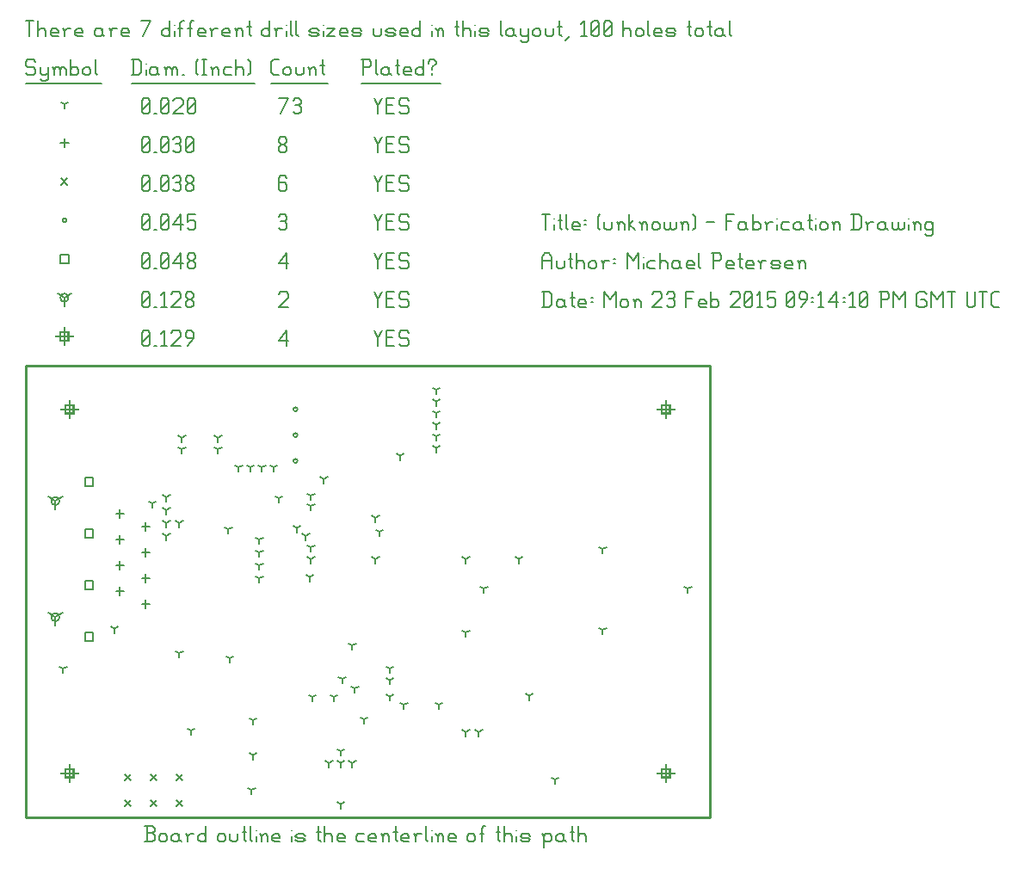
<source format=gbr>
G04 start of page 12 for group -3984 idx -3984 *
G04 Title: (unknown), fab *
G04 Creator: pcb 20110918 *
G04 CreationDate: Mon 23 Feb 2015 09:14:10 PM GMT UTC *
G04 For: railfan *
G04 Format: Gerber/RS-274X *
G04 PCB-Dimensions: 265000 175000 *
G04 PCB-Coordinate-Origin: lower left *
%MOIN*%
%FSLAX25Y25*%
%LNFAB*%
%ADD112C,0.0100*%
%ADD111C,0.0075*%
%ADD110C,0.0060*%
%ADD109R,0.0080X0.0080*%
G54D109*X17000Y161200D02*Y154800D01*
X13800Y158000D02*X20200D01*
X15400Y159600D02*X18600D01*
X15400D02*Y156400D01*
X18600D01*
Y159600D02*Y156400D01*
X17000Y20200D02*Y13800D01*
X13800Y17000D02*X20200D01*
X15400Y18600D02*X18600D01*
X15400D02*Y15400D01*
X18600D01*
Y18600D02*Y15400D01*
X248000Y20200D02*Y13800D01*
X244800Y17000D02*X251200D01*
X246400Y18600D02*X249600D01*
X246400D02*Y15400D01*
X249600D01*
Y18600D02*Y15400D01*
X248000Y161200D02*Y154800D01*
X244800Y158000D02*X251200D01*
X246400Y159600D02*X249600D01*
X246400D02*Y156400D01*
X249600D01*
Y159600D02*Y156400D01*
X15000Y189450D02*Y183050D01*
X11800Y186250D02*X18200D01*
X13400Y187850D02*X16600D01*
X13400D02*Y184650D01*
X16600D01*
Y187850D02*Y184650D01*
G54D110*X135000Y188500D02*X136500Y185500D01*
X138000Y188500D01*
X136500Y185500D02*Y182500D01*
X139800Y185800D02*X142050D01*
X139800Y182500D02*X142800D01*
X139800Y188500D02*Y182500D01*
Y188500D02*X142800D01*
X147600D02*X148350Y187750D01*
X145350Y188500D02*X147600D01*
X144600Y187750D02*X145350Y188500D01*
X144600Y187750D02*Y186250D01*
X145350Y185500D01*
X147600D01*
X148350Y184750D01*
Y183250D01*
X147600Y182500D02*X148350Y183250D01*
X145350Y182500D02*X147600D01*
X144600Y183250D02*X145350Y182500D01*
X98000Y184750D02*X101000Y188500D01*
X98000Y184750D02*X101750D01*
X101000Y188500D02*Y182500D01*
X45000Y183250D02*X45750Y182500D01*
X45000Y187750D02*Y183250D01*
Y187750D02*X45750Y188500D01*
X47250D01*
X48000Y187750D01*
Y183250D01*
X47250Y182500D02*X48000Y183250D01*
X45750Y182500D02*X47250D01*
X45000Y184000D02*X48000Y187000D01*
X49800Y182500D02*X50550D01*
X52350Y187300D02*X53550Y188500D01*
Y182500D01*
X52350D02*X54600D01*
X56400Y187750D02*X57150Y188500D01*
X59400D01*
X60150Y187750D01*
Y186250D01*
X56400Y182500D02*X60150Y186250D01*
X56400Y182500D02*X60150D01*
X62700D02*X64950Y185500D01*
Y187750D02*Y185500D01*
X64200Y188500D02*X64950Y187750D01*
X62700Y188500D02*X64200D01*
X61950Y187750D02*X62700Y188500D01*
X61950Y187750D02*Y186250D01*
X62700Y185500D01*
X64950D01*
X11500Y122500D02*Y119300D01*
Y122500D02*X14273Y124100D01*
X11500Y122500D02*X8727Y124100D01*
X9900Y122500D02*G75*G03X13100Y122500I1600J0D01*G01*
G75*G03X9900Y122500I-1600J0D01*G01*
X11500Y77500D02*Y74300D01*
Y77500D02*X14273Y79100D01*
X11500Y77500D02*X8727Y79100D01*
X9900Y77500D02*G75*G03X13100Y77500I1600J0D01*G01*
G75*G03X9900Y77500I-1600J0D01*G01*
X15000Y201250D02*Y198050D01*
Y201250D02*X17773Y202850D01*
X15000Y201250D02*X12227Y202850D01*
X13400Y201250D02*G75*G03X16600Y201250I1600J0D01*G01*
G75*G03X13400Y201250I-1600J0D01*G01*
X135000Y203500D02*X136500Y200500D01*
X138000Y203500D01*
X136500Y200500D02*Y197500D01*
X139800Y200800D02*X142050D01*
X139800Y197500D02*X142800D01*
X139800Y203500D02*Y197500D01*
Y203500D02*X142800D01*
X147600D02*X148350Y202750D01*
X145350Y203500D02*X147600D01*
X144600Y202750D02*X145350Y203500D01*
X144600Y202750D02*Y201250D01*
X145350Y200500D01*
X147600D01*
X148350Y199750D01*
Y198250D01*
X147600Y197500D02*X148350Y198250D01*
X145350Y197500D02*X147600D01*
X144600Y198250D02*X145350Y197500D01*
X98000Y202750D02*X98750Y203500D01*
X101000D01*
X101750Y202750D01*
Y201250D01*
X98000Y197500D02*X101750Y201250D01*
X98000Y197500D02*X101750D01*
X45000Y198250D02*X45750Y197500D01*
X45000Y202750D02*Y198250D01*
Y202750D02*X45750Y203500D01*
X47250D01*
X48000Y202750D01*
Y198250D01*
X47250Y197500D02*X48000Y198250D01*
X45750Y197500D02*X47250D01*
X45000Y199000D02*X48000Y202000D01*
X49800Y197500D02*X50550D01*
X52350Y202300D02*X53550Y203500D01*
Y197500D01*
X52350D02*X54600D01*
X56400Y202750D02*X57150Y203500D01*
X59400D01*
X60150Y202750D01*
Y201250D01*
X56400Y197500D02*X60150Y201250D01*
X56400Y197500D02*X60150D01*
X61950Y198250D02*X62700Y197500D01*
X61950Y199450D02*Y198250D01*
Y199450D02*X63000Y200500D01*
X63900D01*
X64950Y199450D01*
Y198250D01*
X64200Y197500D02*X64950Y198250D01*
X62700Y197500D02*X64200D01*
X61950Y201550D02*X63000Y200500D01*
X61950Y202750D02*Y201550D01*
Y202750D02*X62700Y203500D01*
X64200D01*
X64950Y202750D01*
Y201550D01*
X63900Y200500D02*X64950Y201550D01*
X22900Y131600D02*X26100D01*
X22900D02*Y128400D01*
X26100D01*
Y131600D02*Y128400D01*
X22900Y111600D02*X26100D01*
X22900D02*Y108400D01*
X26100D01*
Y111600D02*Y108400D01*
X22900Y91600D02*X26100D01*
X22900D02*Y88400D01*
X26100D01*
Y91600D02*Y88400D01*
X22900Y71600D02*X26100D01*
X22900D02*Y68400D01*
X26100D01*
Y71600D02*Y68400D01*
X13400Y217850D02*X16600D01*
X13400D02*Y214650D01*
X16600D01*
Y217850D02*Y214650D01*
X135000Y218500D02*X136500Y215500D01*
X138000Y218500D01*
X136500Y215500D02*Y212500D01*
X139800Y215800D02*X142050D01*
X139800Y212500D02*X142800D01*
X139800Y218500D02*Y212500D01*
Y218500D02*X142800D01*
X147600D02*X148350Y217750D01*
X145350Y218500D02*X147600D01*
X144600Y217750D02*X145350Y218500D01*
X144600Y217750D02*Y216250D01*
X145350Y215500D01*
X147600D01*
X148350Y214750D01*
Y213250D01*
X147600Y212500D02*X148350Y213250D01*
X145350Y212500D02*X147600D01*
X144600Y213250D02*X145350Y212500D01*
X98000Y214750D02*X101000Y218500D01*
X98000Y214750D02*X101750D01*
X101000Y218500D02*Y212500D01*
X45000Y213250D02*X45750Y212500D01*
X45000Y217750D02*Y213250D01*
Y217750D02*X45750Y218500D01*
X47250D01*
X48000Y217750D01*
Y213250D01*
X47250Y212500D02*X48000Y213250D01*
X45750Y212500D02*X47250D01*
X45000Y214000D02*X48000Y217000D01*
X49800Y212500D02*X50550D01*
X52350Y213250D02*X53100Y212500D01*
X52350Y217750D02*Y213250D01*
Y217750D02*X53100Y218500D01*
X54600D01*
X55350Y217750D01*
Y213250D01*
X54600Y212500D02*X55350Y213250D01*
X53100Y212500D02*X54600D01*
X52350Y214000D02*X55350Y217000D01*
X57150Y214750D02*X60150Y218500D01*
X57150Y214750D02*X60900D01*
X60150Y218500D02*Y212500D01*
X62700Y213250D02*X63450Y212500D01*
X62700Y214450D02*Y213250D01*
Y214450D02*X63750Y215500D01*
X64650D01*
X65700Y214450D01*
Y213250D01*
X64950Y212500D02*X65700Y213250D01*
X63450Y212500D02*X64950D01*
X62700Y216550D02*X63750Y215500D01*
X62700Y217750D02*Y216550D01*
Y217750D02*X63450Y218500D01*
X64950D01*
X65700Y217750D01*
Y216550D01*
X64650Y215500D02*X65700Y216550D01*
X103700Y138000D02*G75*G03X105300Y138000I800J0D01*G01*
G75*G03X103700Y138000I-800J0D01*G01*
Y148000D02*G75*G03X105300Y148000I800J0D01*G01*
G75*G03X103700Y148000I-800J0D01*G01*
Y158000D02*G75*G03X105300Y158000I800J0D01*G01*
G75*G03X103700Y158000I-800J0D01*G01*
X14200Y231250D02*G75*G03X15800Y231250I800J0D01*G01*
G75*G03X14200Y231250I-800J0D01*G01*
X135000Y233500D02*X136500Y230500D01*
X138000Y233500D01*
X136500Y230500D02*Y227500D01*
X139800Y230800D02*X142050D01*
X139800Y227500D02*X142800D01*
X139800Y233500D02*Y227500D01*
Y233500D02*X142800D01*
X147600D02*X148350Y232750D01*
X145350Y233500D02*X147600D01*
X144600Y232750D02*X145350Y233500D01*
X144600Y232750D02*Y231250D01*
X145350Y230500D01*
X147600D01*
X148350Y229750D01*
Y228250D01*
X147600Y227500D02*X148350Y228250D01*
X145350Y227500D02*X147600D01*
X144600Y228250D02*X145350Y227500D01*
X98000Y232750D02*X98750Y233500D01*
X100250D01*
X101000Y232750D01*
X100250Y227500D02*X101000Y228250D01*
X98750Y227500D02*X100250D01*
X98000Y228250D02*X98750Y227500D01*
Y230800D02*X100250D01*
X101000Y232750D02*Y231550D01*
Y230050D02*Y228250D01*
Y230050D02*X100250Y230800D01*
X101000Y231550D02*X100250Y230800D01*
X45000Y228250D02*X45750Y227500D01*
X45000Y232750D02*Y228250D01*
Y232750D02*X45750Y233500D01*
X47250D01*
X48000Y232750D01*
Y228250D01*
X47250Y227500D02*X48000Y228250D01*
X45750Y227500D02*X47250D01*
X45000Y229000D02*X48000Y232000D01*
X49800Y227500D02*X50550D01*
X52350Y228250D02*X53100Y227500D01*
X52350Y232750D02*Y228250D01*
Y232750D02*X53100Y233500D01*
X54600D01*
X55350Y232750D01*
Y228250D01*
X54600Y227500D02*X55350Y228250D01*
X53100Y227500D02*X54600D01*
X52350Y229000D02*X55350Y232000D01*
X57150Y229750D02*X60150Y233500D01*
X57150Y229750D02*X60900D01*
X60150Y233500D02*Y227500D01*
X62700Y233500D02*X65700D01*
X62700D02*Y230500D01*
X63450Y231250D01*
X64950D01*
X65700Y230500D01*
Y228250D01*
X64950Y227500D02*X65700Y228250D01*
X63450Y227500D02*X64950D01*
X62700Y228250D02*X63450Y227500D01*
X38300Y6700D02*X40700Y4300D01*
X38300D02*X40700Y6700D01*
X48300D02*X50700Y4300D01*
X48300D02*X50700Y6700D01*
X58300D02*X60700Y4300D01*
X58300D02*X60700Y6700D01*
X38300Y16700D02*X40700Y14300D01*
X38300D02*X40700Y16700D01*
X48300D02*X50700Y14300D01*
X48300D02*X50700Y16700D01*
X58300D02*X60700Y14300D01*
X58300D02*X60700Y16700D01*
X13800Y247450D02*X16200Y245050D01*
X13800D02*X16200Y247450D01*
X135000Y248500D02*X136500Y245500D01*
X138000Y248500D01*
X136500Y245500D02*Y242500D01*
X139800Y245800D02*X142050D01*
X139800Y242500D02*X142800D01*
X139800Y248500D02*Y242500D01*
Y248500D02*X142800D01*
X147600D02*X148350Y247750D01*
X145350Y248500D02*X147600D01*
X144600Y247750D02*X145350Y248500D01*
X144600Y247750D02*Y246250D01*
X145350Y245500D01*
X147600D01*
X148350Y244750D01*
Y243250D01*
X147600Y242500D02*X148350Y243250D01*
X145350Y242500D02*X147600D01*
X144600Y243250D02*X145350Y242500D01*
X100250Y248500D02*X101000Y247750D01*
X98750Y248500D02*X100250D01*
X98000Y247750D02*X98750Y248500D01*
X98000Y247750D02*Y243250D01*
X98750Y242500D01*
X100250Y245800D02*X101000Y245050D01*
X98000Y245800D02*X100250D01*
X98750Y242500D02*X100250D01*
X101000Y243250D01*
Y245050D02*Y243250D01*
X45000D02*X45750Y242500D01*
X45000Y247750D02*Y243250D01*
Y247750D02*X45750Y248500D01*
X47250D01*
X48000Y247750D01*
Y243250D01*
X47250Y242500D02*X48000Y243250D01*
X45750Y242500D02*X47250D01*
X45000Y244000D02*X48000Y247000D01*
X49800Y242500D02*X50550D01*
X52350Y243250D02*X53100Y242500D01*
X52350Y247750D02*Y243250D01*
Y247750D02*X53100Y248500D01*
X54600D01*
X55350Y247750D01*
Y243250D01*
X54600Y242500D02*X55350Y243250D01*
X53100Y242500D02*X54600D01*
X52350Y244000D02*X55350Y247000D01*
X57150Y247750D02*X57900Y248500D01*
X59400D01*
X60150Y247750D01*
X59400Y242500D02*X60150Y243250D01*
X57900Y242500D02*X59400D01*
X57150Y243250D02*X57900Y242500D01*
Y245800D02*X59400D01*
X60150Y247750D02*Y246550D01*
Y245050D02*Y243250D01*
Y245050D02*X59400Y245800D01*
X60150Y246550D02*X59400Y245800D01*
X61950Y243250D02*X62700Y242500D01*
X61950Y244450D02*Y243250D01*
Y244450D02*X63000Y245500D01*
X63900D01*
X64950Y244450D01*
Y243250D01*
X64200Y242500D02*X64950Y243250D01*
X62700Y242500D02*X64200D01*
X61950Y246550D02*X63000Y245500D01*
X61950Y247750D02*Y246550D01*
Y247750D02*X62700Y248500D01*
X64200D01*
X64950Y247750D01*
Y246550D01*
X63900Y245500D02*X64950Y246550D01*
X36500Y119100D02*Y115900D01*
X34900Y117500D02*X38100D01*
X46500Y114100D02*Y110900D01*
X44900Y112500D02*X48100D01*
X36500Y109100D02*Y105900D01*
X34900Y107500D02*X38100D01*
X46500Y104100D02*Y100900D01*
X44900Y102500D02*X48100D01*
X36500Y99100D02*Y95900D01*
X34900Y97500D02*X38100D01*
X46500Y94100D02*Y90900D01*
X44900Y92500D02*X48100D01*
X36500Y89100D02*Y85900D01*
X34900Y87500D02*X38100D01*
X46500Y84100D02*Y80900D01*
X44900Y82500D02*X48100D01*
X15000Y262850D02*Y259650D01*
X13400Y261250D02*X16600D01*
X135000Y263500D02*X136500Y260500D01*
X138000Y263500D01*
X136500Y260500D02*Y257500D01*
X139800Y260800D02*X142050D01*
X139800Y257500D02*X142800D01*
X139800Y263500D02*Y257500D01*
Y263500D02*X142800D01*
X147600D02*X148350Y262750D01*
X145350Y263500D02*X147600D01*
X144600Y262750D02*X145350Y263500D01*
X144600Y262750D02*Y261250D01*
X145350Y260500D01*
X147600D01*
X148350Y259750D01*
Y258250D01*
X147600Y257500D02*X148350Y258250D01*
X145350Y257500D02*X147600D01*
X144600Y258250D02*X145350Y257500D01*
X98000Y258250D02*X98750Y257500D01*
X98000Y259450D02*Y258250D01*
Y259450D02*X99050Y260500D01*
X99950D01*
X101000Y259450D01*
Y258250D01*
X100250Y257500D02*X101000Y258250D01*
X98750Y257500D02*X100250D01*
X98000Y261550D02*X99050Y260500D01*
X98000Y262750D02*Y261550D01*
Y262750D02*X98750Y263500D01*
X100250D01*
X101000Y262750D01*
Y261550D01*
X99950Y260500D02*X101000Y261550D01*
X45000Y258250D02*X45750Y257500D01*
X45000Y262750D02*Y258250D01*
Y262750D02*X45750Y263500D01*
X47250D01*
X48000Y262750D01*
Y258250D01*
X47250Y257500D02*X48000Y258250D01*
X45750Y257500D02*X47250D01*
X45000Y259000D02*X48000Y262000D01*
X49800Y257500D02*X50550D01*
X52350Y258250D02*X53100Y257500D01*
X52350Y262750D02*Y258250D01*
Y262750D02*X53100Y263500D01*
X54600D01*
X55350Y262750D01*
Y258250D01*
X54600Y257500D02*X55350Y258250D01*
X53100Y257500D02*X54600D01*
X52350Y259000D02*X55350Y262000D01*
X57150Y262750D02*X57900Y263500D01*
X59400D01*
X60150Y262750D01*
X59400Y257500D02*X60150Y258250D01*
X57900Y257500D02*X59400D01*
X57150Y258250D02*X57900Y257500D01*
Y260800D02*X59400D01*
X60150Y262750D02*Y261550D01*
Y260050D02*Y258250D01*
Y260050D02*X59400Y260800D01*
X60150Y261550D02*X59400Y260800D01*
X61950Y258250D02*X62700Y257500D01*
X61950Y262750D02*Y258250D01*
Y262750D02*X62700Y263500D01*
X64200D01*
X64950Y262750D01*
Y258250D01*
X64200Y257500D02*X64950Y258250D01*
X62700Y257500D02*X64200D01*
X61950Y259000D02*X64950Y262000D01*
X60500Y142500D02*Y140900D01*
Y142500D02*X61887Y143300D01*
X60500Y142500D02*X59113Y143300D01*
X74500Y142500D02*Y140900D01*
Y142500D02*X75887Y143300D01*
X74500Y142500D02*X73113Y143300D01*
X60500Y147000D02*Y145400D01*
Y147000D02*X61887Y147800D01*
X60500Y147000D02*X59113Y147800D01*
X74500Y147000D02*Y145400D01*
Y147000D02*X75887Y147800D01*
X74500Y147000D02*X73113Y147800D01*
X34457Y73000D02*Y71400D01*
Y73000D02*X35844Y73800D01*
X34457Y73000D02*X33070Y73800D01*
X110000Y93000D02*Y91400D01*
Y93000D02*X111387Y93800D01*
X110000Y93000D02*X108613Y93800D01*
X79000Y61500D02*Y59900D01*
Y61500D02*X80387Y62300D01*
X79000Y61500D02*X77613Y62300D01*
X64000Y33500D02*Y31900D01*
Y33500D02*X65387Y34300D01*
X64000Y33500D02*X62613Y34300D01*
X111000Y46500D02*Y44900D01*
Y46500D02*X112387Y47300D01*
X111000Y46500D02*X109613Y47300D01*
X14500Y57500D02*Y55900D01*
Y57500D02*X15887Y58300D01*
X14500Y57500D02*X13113Y58300D01*
X119448Y46500D02*Y44900D01*
Y46500D02*X120835Y47300D01*
X119448Y46500D02*X118061Y47300D01*
X127500Y49901D02*Y48301D01*
Y49901D02*X128887Y50701D01*
X127500Y49901D02*X126113Y50701D01*
X90500Y107500D02*Y105900D01*
Y107500D02*X91887Y108300D01*
X90500Y107500D02*X89113Y108300D01*
X90500Y102500D02*Y100900D01*
Y102500D02*X91887Y103300D01*
X90500Y102500D02*X89113Y103300D01*
X90500Y92500D02*Y90900D01*
Y92500D02*X91887Y93300D01*
X90500Y92500D02*X89113Y93300D01*
X122598Y53500D02*Y51900D01*
Y53500D02*X123985Y54300D01*
X122598Y53500D02*X121211Y54300D01*
X88000Y24000D02*Y22400D01*
Y24000D02*X89387Y24800D01*
X88000Y24000D02*X86613Y24800D01*
X88000Y37500D02*Y35900D01*
Y37500D02*X89387Y38300D01*
X88000Y37500D02*X86613Y38300D01*
X59500Y63500D02*Y61900D01*
Y63500D02*X60887Y64300D01*
X59500Y63500D02*X58113Y64300D01*
X90500Y97500D02*Y95900D01*
Y97500D02*X91887Y98300D01*
X90500Y97500D02*X89113Y98300D01*
X98000Y123500D02*Y121900D01*
Y123500D02*X99387Y124300D01*
X98000Y123500D02*X96613Y124300D01*
X108500Y109000D02*Y107400D01*
Y109000D02*X109887Y109800D01*
X108500Y109000D02*X107113Y109800D01*
X110500Y104500D02*Y102900D01*
Y104500D02*X111887Y105300D01*
X110500Y104500D02*X109113Y105300D01*
X110500Y100000D02*Y98400D01*
Y100000D02*X111887Y100800D01*
X110500Y100000D02*X109113Y100800D01*
X105000Y112000D02*Y110400D01*
Y112000D02*X106387Y112800D01*
X105000Y112000D02*X103613Y112800D01*
X131000Y37815D02*Y36215D01*
Y37815D02*X132387Y38615D01*
X131000Y37815D02*X129613Y38615D01*
X141000Y46752D02*Y45152D01*
Y46752D02*X142387Y47552D01*
X141000Y46752D02*X139613Y47552D01*
X141000Y53051D02*Y51451D01*
Y53051D02*X142387Y53851D01*
X141000Y53051D02*X139613Y53851D01*
X141000Y57500D02*Y55900D01*
Y57500D02*X142387Y58300D01*
X141000Y57500D02*X139613Y58300D01*
X126500Y66500D02*Y64900D01*
Y66500D02*X127887Y67300D01*
X126500Y66500D02*X125113Y67300D01*
X170500Y33000D02*Y31400D01*
Y33000D02*X171887Y33800D01*
X170500Y33000D02*X169113Y33800D01*
X87500Y10500D02*Y8900D01*
Y10500D02*X88887Y11300D01*
X87500Y10500D02*X86113Y11300D01*
X110500Y120500D02*Y118900D01*
Y120500D02*X111887Y121300D01*
X110500Y120500D02*X109113Y121300D01*
X110500Y124500D02*Y122900D01*
Y124500D02*X111887Y125300D01*
X110500Y124500D02*X109113Y125300D01*
X135500Y100000D02*Y98400D01*
Y100000D02*X136887Y100800D01*
X135500Y100000D02*X134113Y100800D01*
X115500Y131000D02*Y129400D01*
Y131000D02*X116887Y131800D01*
X115500Y131000D02*X114113Y131800D01*
X145000Y140000D02*Y138400D01*
Y140000D02*X146387Y140800D01*
X145000Y140000D02*X143613Y140800D01*
X135500Y116000D02*Y114400D01*
Y116000D02*X136887Y116800D01*
X135500Y116000D02*X134113Y116800D01*
X137000Y110500D02*Y108900D01*
Y110500D02*X138387Y111300D01*
X137000Y110500D02*X135613Y111300D01*
X223500Y103937D02*Y102337D01*
Y103937D02*X224887Y104737D01*
X223500Y103937D02*X222113Y104737D01*
X223500Y72441D02*Y70841D01*
Y72441D02*X224887Y73241D01*
X223500Y72441D02*X222113Y73241D01*
X170500Y71500D02*Y69900D01*
Y71500D02*X171887Y72300D01*
X170500Y71500D02*X169113Y72300D01*
X195000Y47000D02*Y45400D01*
Y47000D02*X196387Y47800D01*
X195000Y47000D02*X193613Y47800D01*
X256500Y88500D02*Y86900D01*
Y88500D02*X257887Y89300D01*
X256500Y88500D02*X255113Y89300D01*
X177500Y88500D02*Y86900D01*
Y88500D02*X178887Y89300D01*
X177500Y88500D02*X176113Y89300D01*
X159000Y165500D02*Y163900D01*
Y165500D02*X160387Y166300D01*
X159000Y165500D02*X157613Y166300D01*
X159000Y161000D02*Y159400D01*
Y161000D02*X160387Y161800D01*
X159000Y161000D02*X157613Y161800D01*
X159000Y156500D02*Y154900D01*
Y156500D02*X160387Y157300D01*
X159000Y156500D02*X157613Y157300D01*
X159000Y152000D02*Y150400D01*
Y152000D02*X160387Y152800D01*
X159000Y152000D02*X157613Y152800D01*
X159000Y147500D02*Y145900D01*
Y147500D02*X160387Y148300D01*
X159000Y147500D02*X157613Y148300D01*
X159000Y143000D02*Y141400D01*
Y143000D02*X160387Y143800D01*
X159000Y143000D02*X157613Y143800D01*
X146500Y43500D02*Y41900D01*
Y43500D02*X147887Y44300D01*
X146500Y43500D02*X145113Y44300D01*
X160000Y43500D02*Y41900D01*
Y43500D02*X161387Y44300D01*
X160000Y43500D02*X158613Y44300D01*
X205000Y14500D02*Y12900D01*
Y14500D02*X206387Y15300D01*
X205000Y14500D02*X203613Y15300D01*
X175500Y33000D02*Y31400D01*
Y33000D02*X176887Y33800D01*
X175500Y33000D02*X174113Y33800D01*
X170500Y100000D02*Y98400D01*
Y100000D02*X171887Y100800D01*
X170500Y100000D02*X169113Y100800D01*
X191000Y100000D02*Y98400D01*
Y100000D02*X192387Y100800D01*
X191000Y100000D02*X189613Y100800D01*
X78500Y111500D02*Y109900D01*
Y111500D02*X79887Y112300D01*
X78500Y111500D02*X77113Y112300D01*
X122000Y5000D02*Y3400D01*
Y5000D02*X123387Y5800D01*
X122000Y5000D02*X120613Y5800D01*
X122000Y25500D02*Y23900D01*
Y25500D02*X123387Y26300D01*
X122000Y25500D02*X120613Y26300D01*
X122000Y21000D02*Y19400D01*
Y21000D02*X123387Y21800D01*
X122000Y21000D02*X120613Y21800D01*
X117500Y21000D02*Y19400D01*
Y21000D02*X118887Y21800D01*
X117500Y21000D02*X116113Y21800D01*
X126500Y21000D02*Y19400D01*
Y21000D02*X127887Y21800D01*
X126500Y21000D02*X125113Y21800D01*
X54500Y124000D02*Y122400D01*
Y124000D02*X55887Y124800D01*
X54500Y124000D02*X53113Y124800D01*
X54500Y119000D02*Y117400D01*
Y119000D02*X55887Y119800D01*
X54500Y119000D02*X53113Y119800D01*
X54500Y114000D02*Y112400D01*
Y114000D02*X55887Y114800D01*
X54500Y114000D02*X53113Y114800D01*
X49000Y121500D02*Y119900D01*
Y121500D02*X50387Y122300D01*
X49000Y121500D02*X47613Y122300D01*
X54500Y109000D02*Y107400D01*
Y109000D02*X55887Y109800D01*
X54500Y109000D02*X53113Y109800D01*
X59500Y114000D02*Y112400D01*
Y114000D02*X60887Y114800D01*
X59500Y114000D02*X58113Y114800D01*
X87000Y135500D02*Y133900D01*
Y135500D02*X88387Y136300D01*
X87000Y135500D02*X85613Y136300D01*
X82500Y135500D02*Y133900D01*
Y135500D02*X83887Y136300D01*
X82500Y135500D02*X81113Y136300D01*
X96000Y135500D02*Y133900D01*
Y135500D02*X97387Y136300D01*
X96000Y135500D02*X94613Y136300D01*
X91500Y135500D02*Y133900D01*
Y135500D02*X92887Y136300D01*
X91500Y135500D02*X90113Y136300D01*
X15000Y276250D02*Y274650D01*
Y276250D02*X16387Y277050D01*
X15000Y276250D02*X13613Y277050D01*
X135000Y278500D02*X136500Y275500D01*
X138000Y278500D01*
X136500Y275500D02*Y272500D01*
X139800Y275800D02*X142050D01*
X139800Y272500D02*X142800D01*
X139800Y278500D02*Y272500D01*
Y278500D02*X142800D01*
X147600D02*X148350Y277750D01*
X145350Y278500D02*X147600D01*
X144600Y277750D02*X145350Y278500D01*
X144600Y277750D02*Y276250D01*
X145350Y275500D01*
X147600D01*
X148350Y274750D01*
Y273250D01*
X147600Y272500D02*X148350Y273250D01*
X145350Y272500D02*X147600D01*
X144600Y273250D02*X145350Y272500D01*
X98750D02*X101750Y278500D01*
X98000D02*X101750D01*
X103550Y277750D02*X104300Y278500D01*
X105800D01*
X106550Y277750D01*
X105800Y272500D02*X106550Y273250D01*
X104300Y272500D02*X105800D01*
X103550Y273250D02*X104300Y272500D01*
Y275800D02*X105800D01*
X106550Y277750D02*Y276550D01*
Y275050D02*Y273250D01*
Y275050D02*X105800Y275800D01*
X106550Y276550D02*X105800Y275800D01*
X45000Y273250D02*X45750Y272500D01*
X45000Y277750D02*Y273250D01*
Y277750D02*X45750Y278500D01*
X47250D01*
X48000Y277750D01*
Y273250D01*
X47250Y272500D02*X48000Y273250D01*
X45750Y272500D02*X47250D01*
X45000Y274000D02*X48000Y277000D01*
X49800Y272500D02*X50550D01*
X52350Y273250D02*X53100Y272500D01*
X52350Y277750D02*Y273250D01*
Y277750D02*X53100Y278500D01*
X54600D01*
X55350Y277750D01*
Y273250D01*
X54600Y272500D02*X55350Y273250D01*
X53100Y272500D02*X54600D01*
X52350Y274000D02*X55350Y277000D01*
X57150Y277750D02*X57900Y278500D01*
X60150D01*
X60900Y277750D01*
Y276250D01*
X57150Y272500D02*X60900Y276250D01*
X57150Y272500D02*X60900D01*
X62700Y273250D02*X63450Y272500D01*
X62700Y277750D02*Y273250D01*
Y277750D02*X63450Y278500D01*
X64950D01*
X65700Y277750D01*
Y273250D01*
X64950Y272500D02*X65700Y273250D01*
X63450Y272500D02*X64950D01*
X62700Y274000D02*X65700Y277000D01*
X3000Y293500D02*X3750Y292750D01*
X750Y293500D02*X3000D01*
X0Y292750D02*X750Y293500D01*
X0Y292750D02*Y291250D01*
X750Y290500D01*
X3000D01*
X3750Y289750D01*
Y288250D01*
X3000Y287500D02*X3750Y288250D01*
X750Y287500D02*X3000D01*
X0Y288250D02*X750Y287500D01*
X5550Y290500D02*Y288250D01*
X6300Y287500D01*
X8550Y290500D02*Y286000D01*
X7800Y285250D02*X8550Y286000D01*
X6300Y285250D02*X7800D01*
X5550Y286000D02*X6300Y285250D01*
Y287500D02*X7800D01*
X8550Y288250D01*
X11100Y289750D02*Y287500D01*
Y289750D02*X11850Y290500D01*
X12600D01*
X13350Y289750D01*
Y287500D01*
Y289750D02*X14100Y290500D01*
X14850D01*
X15600Y289750D01*
Y287500D01*
X10350Y290500D02*X11100Y289750D01*
X17400Y293500D02*Y287500D01*
Y288250D02*X18150Y287500D01*
X19650D01*
X20400Y288250D01*
Y289750D02*Y288250D01*
X19650Y290500D02*X20400Y289750D01*
X18150Y290500D02*X19650D01*
X17400Y289750D02*X18150Y290500D01*
X22200Y289750D02*Y288250D01*
Y289750D02*X22950Y290500D01*
X24450D01*
X25200Y289750D01*
Y288250D01*
X24450Y287500D02*X25200Y288250D01*
X22950Y287500D02*X24450D01*
X22200Y288250D02*X22950Y287500D01*
X27000Y293500D02*Y288250D01*
X27750Y287500D01*
X0Y284250D02*X29250D01*
X41750Y293500D02*Y287500D01*
X43700Y293500D02*X44750Y292450D01*
Y288550D01*
X43700Y287500D02*X44750Y288550D01*
X41000Y287500D02*X43700D01*
X41000Y293500D02*X43700D01*
G54D111*X46550Y292000D02*Y291850D01*
G54D110*Y289750D02*Y287500D01*
X50300Y290500D02*X51050Y289750D01*
X48800Y290500D02*X50300D01*
X48050Y289750D02*X48800Y290500D01*
X48050Y289750D02*Y288250D01*
X48800Y287500D01*
X51050Y290500D02*Y288250D01*
X51800Y287500D01*
X48800D02*X50300D01*
X51050Y288250D01*
X54350Y289750D02*Y287500D01*
Y289750D02*X55100Y290500D01*
X55850D01*
X56600Y289750D01*
Y287500D01*
Y289750D02*X57350Y290500D01*
X58100D01*
X58850Y289750D01*
Y287500D01*
X53600Y290500D02*X54350Y289750D01*
X60650Y287500D02*X61400D01*
X65900Y288250D02*X66650Y287500D01*
X65900Y292750D02*X66650Y293500D01*
X65900Y292750D02*Y288250D01*
X68450Y293500D02*X69950D01*
X69200D02*Y287500D01*
X68450D02*X69950D01*
X72500Y289750D02*Y287500D01*
Y289750D02*X73250Y290500D01*
X74000D01*
X74750Y289750D01*
Y287500D01*
X71750Y290500D02*X72500Y289750D01*
X77300Y290500D02*X79550D01*
X76550Y289750D02*X77300Y290500D01*
X76550Y289750D02*Y288250D01*
X77300Y287500D01*
X79550D01*
X81350Y293500D02*Y287500D01*
Y289750D02*X82100Y290500D01*
X83600D01*
X84350Y289750D01*
Y287500D01*
X86150Y293500D02*X86900Y292750D01*
Y288250D01*
X86150Y287500D02*X86900Y288250D01*
X41000Y284250D02*X88700D01*
X96050Y287500D02*X98000D01*
X95000Y288550D02*X96050Y287500D01*
X95000Y292450D02*Y288550D01*
Y292450D02*X96050Y293500D01*
X98000D01*
X99800Y289750D02*Y288250D01*
Y289750D02*X100550Y290500D01*
X102050D01*
X102800Y289750D01*
Y288250D01*
X102050Y287500D02*X102800Y288250D01*
X100550Y287500D02*X102050D01*
X99800Y288250D02*X100550Y287500D01*
X104600Y290500D02*Y288250D01*
X105350Y287500D01*
X106850D01*
X107600Y288250D01*
Y290500D02*Y288250D01*
X110150Y289750D02*Y287500D01*
Y289750D02*X110900Y290500D01*
X111650D01*
X112400Y289750D01*
Y287500D01*
X109400Y290500D02*X110150Y289750D01*
X114950Y293500D02*Y288250D01*
X115700Y287500D01*
X114200Y291250D02*X115700D01*
X95000Y284250D02*X117200D01*
X130750Y293500D02*Y287500D01*
X130000Y293500D02*X133000D01*
X133750Y292750D01*
Y291250D01*
X133000Y290500D02*X133750Y291250D01*
X130750Y290500D02*X133000D01*
X135550Y293500D02*Y288250D01*
X136300Y287500D01*
X140050Y290500D02*X140800Y289750D01*
X138550Y290500D02*X140050D01*
X137800Y289750D02*X138550Y290500D01*
X137800Y289750D02*Y288250D01*
X138550Y287500D01*
X140800Y290500D02*Y288250D01*
X141550Y287500D01*
X138550D02*X140050D01*
X140800Y288250D01*
X144100Y293500D02*Y288250D01*
X144850Y287500D01*
X143350Y291250D02*X144850D01*
X147100Y287500D02*X149350D01*
X146350Y288250D02*X147100Y287500D01*
X146350Y289750D02*Y288250D01*
Y289750D02*X147100Y290500D01*
X148600D01*
X149350Y289750D01*
X146350Y289000D02*X149350D01*
Y289750D02*Y289000D01*
X154150Y293500D02*Y287500D01*
X153400D02*X154150Y288250D01*
X151900Y287500D02*X153400D01*
X151150Y288250D02*X151900Y287500D01*
X151150Y289750D02*Y288250D01*
Y289750D02*X151900Y290500D01*
X153400D01*
X154150Y289750D01*
X157450Y290500D02*Y289750D01*
Y288250D02*Y287500D01*
X155950Y292750D02*Y292000D01*
Y292750D02*X156700Y293500D01*
X158200D01*
X158950Y292750D01*
Y292000D01*
X157450Y290500D02*X158950Y292000D01*
X130000Y284250D02*X160750D01*
X0Y308500D02*X3000D01*
X1500D02*Y302500D01*
X4800Y308500D02*Y302500D01*
Y304750D02*X5550Y305500D01*
X7050D01*
X7800Y304750D01*
Y302500D01*
X10350D02*X12600D01*
X9600Y303250D02*X10350Y302500D01*
X9600Y304750D02*Y303250D01*
Y304750D02*X10350Y305500D01*
X11850D01*
X12600Y304750D01*
X9600Y304000D02*X12600D01*
Y304750D02*Y304000D01*
X15150Y304750D02*Y302500D01*
Y304750D02*X15900Y305500D01*
X17400D01*
X14400D02*X15150Y304750D01*
X19950Y302500D02*X22200D01*
X19200Y303250D02*X19950Y302500D01*
X19200Y304750D02*Y303250D01*
Y304750D02*X19950Y305500D01*
X21450D01*
X22200Y304750D01*
X19200Y304000D02*X22200D01*
Y304750D02*Y304000D01*
X28950Y305500D02*X29700Y304750D01*
X27450Y305500D02*X28950D01*
X26700Y304750D02*X27450Y305500D01*
X26700Y304750D02*Y303250D01*
X27450Y302500D01*
X29700Y305500D02*Y303250D01*
X30450Y302500D01*
X27450D02*X28950D01*
X29700Y303250D01*
X33000Y304750D02*Y302500D01*
Y304750D02*X33750Y305500D01*
X35250D01*
X32250D02*X33000Y304750D01*
X37800Y302500D02*X40050D01*
X37050Y303250D02*X37800Y302500D01*
X37050Y304750D02*Y303250D01*
Y304750D02*X37800Y305500D01*
X39300D01*
X40050Y304750D01*
X37050Y304000D02*X40050D01*
Y304750D02*Y304000D01*
X45300Y302500D02*X48300Y308500D01*
X44550D02*X48300D01*
X55800D02*Y302500D01*
X55050D02*X55800Y303250D01*
X53550Y302500D02*X55050D01*
X52800Y303250D02*X53550Y302500D01*
X52800Y304750D02*Y303250D01*
Y304750D02*X53550Y305500D01*
X55050D01*
X55800Y304750D01*
G54D111*X57600Y307000D02*Y306850D01*
G54D110*Y304750D02*Y302500D01*
X59850Y307750D02*Y302500D01*
Y307750D02*X60600Y308500D01*
X61350D01*
X59100Y305500D02*X60600D01*
X63600Y307750D02*Y302500D01*
Y307750D02*X64350Y308500D01*
X65100D01*
X62850Y305500D02*X64350D01*
X67350Y302500D02*X69600D01*
X66600Y303250D02*X67350Y302500D01*
X66600Y304750D02*Y303250D01*
Y304750D02*X67350Y305500D01*
X68850D01*
X69600Y304750D01*
X66600Y304000D02*X69600D01*
Y304750D02*Y304000D01*
X72150Y304750D02*Y302500D01*
Y304750D02*X72900Y305500D01*
X74400D01*
X71400D02*X72150Y304750D01*
X76950Y302500D02*X79200D01*
X76200Y303250D02*X76950Y302500D01*
X76200Y304750D02*Y303250D01*
Y304750D02*X76950Y305500D01*
X78450D01*
X79200Y304750D01*
X76200Y304000D02*X79200D01*
Y304750D02*Y304000D01*
X81750Y304750D02*Y302500D01*
Y304750D02*X82500Y305500D01*
X83250D01*
X84000Y304750D01*
Y302500D01*
X81000Y305500D02*X81750Y304750D01*
X86550Y308500D02*Y303250D01*
X87300Y302500D01*
X85800Y306250D02*X87300D01*
X94500Y308500D02*Y302500D01*
X93750D02*X94500Y303250D01*
X92250Y302500D02*X93750D01*
X91500Y303250D02*X92250Y302500D01*
X91500Y304750D02*Y303250D01*
Y304750D02*X92250Y305500D01*
X93750D01*
X94500Y304750D01*
X97050D02*Y302500D01*
Y304750D02*X97800Y305500D01*
X99300D01*
X96300D02*X97050Y304750D01*
G54D111*X101100Y307000D02*Y306850D01*
G54D110*Y304750D02*Y302500D01*
X102600Y308500D02*Y303250D01*
X103350Y302500D01*
X104850Y308500D02*Y303250D01*
X105600Y302500D01*
X110550D02*X112800D01*
X113550Y303250D01*
X112800Y304000D02*X113550Y303250D01*
X110550Y304000D02*X112800D01*
X109800Y304750D02*X110550Y304000D01*
X109800Y304750D02*X110550Y305500D01*
X112800D01*
X113550Y304750D01*
X109800Y303250D02*X110550Y302500D01*
G54D111*X115350Y307000D02*Y306850D01*
G54D110*Y304750D02*Y302500D01*
X116850Y305500D02*X119850D01*
X116850Y302500D02*X119850Y305500D01*
X116850Y302500D02*X119850D01*
X122400D02*X124650D01*
X121650Y303250D02*X122400Y302500D01*
X121650Y304750D02*Y303250D01*
Y304750D02*X122400Y305500D01*
X123900D01*
X124650Y304750D01*
X121650Y304000D02*X124650D01*
Y304750D02*Y304000D01*
X127200Y302500D02*X129450D01*
X130200Y303250D01*
X129450Y304000D02*X130200Y303250D01*
X127200Y304000D02*X129450D01*
X126450Y304750D02*X127200Y304000D01*
X126450Y304750D02*X127200Y305500D01*
X129450D01*
X130200Y304750D01*
X126450Y303250D02*X127200Y302500D01*
X134700Y305500D02*Y303250D01*
X135450Y302500D01*
X136950D01*
X137700Y303250D01*
Y305500D02*Y303250D01*
X140250Y302500D02*X142500D01*
X143250Y303250D01*
X142500Y304000D02*X143250Y303250D01*
X140250Y304000D02*X142500D01*
X139500Y304750D02*X140250Y304000D01*
X139500Y304750D02*X140250Y305500D01*
X142500D01*
X143250Y304750D01*
X139500Y303250D02*X140250Y302500D01*
X145800D02*X148050D01*
X145050Y303250D02*X145800Y302500D01*
X145050Y304750D02*Y303250D01*
Y304750D02*X145800Y305500D01*
X147300D01*
X148050Y304750D01*
X145050Y304000D02*X148050D01*
Y304750D02*Y304000D01*
X152850Y308500D02*Y302500D01*
X152100D02*X152850Y303250D01*
X150600Y302500D02*X152100D01*
X149850Y303250D02*X150600Y302500D01*
X149850Y304750D02*Y303250D01*
Y304750D02*X150600Y305500D01*
X152100D01*
X152850Y304750D01*
G54D111*X157350Y307000D02*Y306850D01*
G54D110*Y304750D02*Y302500D01*
X159600Y304750D02*Y302500D01*
Y304750D02*X160350Y305500D01*
X161100D01*
X161850Y304750D01*
Y302500D01*
X158850Y305500D02*X159600Y304750D01*
X167100Y308500D02*Y303250D01*
X167850Y302500D01*
X166350Y306250D02*X167850D01*
X169350Y308500D02*Y302500D01*
Y304750D02*X170100Y305500D01*
X171600D01*
X172350Y304750D01*
Y302500D01*
G54D111*X174150Y307000D02*Y306850D01*
G54D110*Y304750D02*Y302500D01*
X176400D02*X178650D01*
X179400Y303250D01*
X178650Y304000D02*X179400Y303250D01*
X176400Y304000D02*X178650D01*
X175650Y304750D02*X176400Y304000D01*
X175650Y304750D02*X176400Y305500D01*
X178650D01*
X179400Y304750D01*
X175650Y303250D02*X176400Y302500D01*
X183900Y308500D02*Y303250D01*
X184650Y302500D01*
X188400Y305500D02*X189150Y304750D01*
X186900Y305500D02*X188400D01*
X186150Y304750D02*X186900Y305500D01*
X186150Y304750D02*Y303250D01*
X186900Y302500D01*
X189150Y305500D02*Y303250D01*
X189900Y302500D01*
X186900D02*X188400D01*
X189150Y303250D01*
X191700Y305500D02*Y303250D01*
X192450Y302500D01*
X194700Y305500D02*Y301000D01*
X193950Y300250D02*X194700Y301000D01*
X192450Y300250D02*X193950D01*
X191700Y301000D02*X192450Y300250D01*
Y302500D02*X193950D01*
X194700Y303250D01*
X196500Y304750D02*Y303250D01*
Y304750D02*X197250Y305500D01*
X198750D01*
X199500Y304750D01*
Y303250D01*
X198750Y302500D02*X199500Y303250D01*
X197250Y302500D02*X198750D01*
X196500Y303250D02*X197250Y302500D01*
X201300Y305500D02*Y303250D01*
X202050Y302500D01*
X203550D01*
X204300Y303250D01*
Y305500D02*Y303250D01*
X206850Y308500D02*Y303250D01*
X207600Y302500D01*
X206100Y306250D02*X207600D01*
X209100Y301000D02*X210600Y302500D01*
X215100Y307300D02*X216300Y308500D01*
Y302500D01*
X215100D02*X217350D01*
X219150Y303250D02*X219900Y302500D01*
X219150Y307750D02*Y303250D01*
Y307750D02*X219900Y308500D01*
X221400D01*
X222150Y307750D01*
Y303250D01*
X221400Y302500D02*X222150Y303250D01*
X219900Y302500D02*X221400D01*
X219150Y304000D02*X222150Y307000D01*
X223950Y303250D02*X224700Y302500D01*
X223950Y307750D02*Y303250D01*
Y307750D02*X224700Y308500D01*
X226200D01*
X226950Y307750D01*
Y303250D01*
X226200Y302500D02*X226950Y303250D01*
X224700Y302500D02*X226200D01*
X223950Y304000D02*X226950Y307000D01*
X231450Y308500D02*Y302500D01*
Y304750D02*X232200Y305500D01*
X233700D01*
X234450Y304750D01*
Y302500D01*
X236250Y304750D02*Y303250D01*
Y304750D02*X237000Y305500D01*
X238500D01*
X239250Y304750D01*
Y303250D01*
X238500Y302500D02*X239250Y303250D01*
X237000Y302500D02*X238500D01*
X236250Y303250D02*X237000Y302500D01*
X241050Y308500D02*Y303250D01*
X241800Y302500D01*
X244050D02*X246300D01*
X243300Y303250D02*X244050Y302500D01*
X243300Y304750D02*Y303250D01*
Y304750D02*X244050Y305500D01*
X245550D01*
X246300Y304750D01*
X243300Y304000D02*X246300D01*
Y304750D02*Y304000D01*
X248850Y302500D02*X251100D01*
X251850Y303250D01*
X251100Y304000D02*X251850Y303250D01*
X248850Y304000D02*X251100D01*
X248100Y304750D02*X248850Y304000D01*
X248100Y304750D02*X248850Y305500D01*
X251100D01*
X251850Y304750D01*
X248100Y303250D02*X248850Y302500D01*
X257100Y308500D02*Y303250D01*
X257850Y302500D01*
X256350Y306250D02*X257850D01*
X259350Y304750D02*Y303250D01*
Y304750D02*X260100Y305500D01*
X261600D01*
X262350Y304750D01*
Y303250D01*
X261600Y302500D02*X262350Y303250D01*
X260100Y302500D02*X261600D01*
X259350Y303250D02*X260100Y302500D01*
X264900Y308500D02*Y303250D01*
X265650Y302500D01*
X264150Y306250D02*X265650D01*
X269400Y305500D02*X270150Y304750D01*
X267900Y305500D02*X269400D01*
X267150Y304750D02*X267900Y305500D01*
X267150Y304750D02*Y303250D01*
X267900Y302500D01*
X270150Y305500D02*Y303250D01*
X270900Y302500D01*
X267900D02*X269400D01*
X270150Y303250D01*
X272700Y308500D02*Y303250D01*
X273450Y302500D01*
G54D112*X0Y175000D02*X265000D01*
Y0D01*
X0D01*
Y175000D01*
G54D110*X46175Y-9500D02*X49175D01*
X49925Y-8750D01*
Y-6950D02*Y-8750D01*
X49175Y-6200D02*X49925Y-6950D01*
X46925Y-6200D02*X49175D01*
X46925Y-3500D02*Y-9500D01*
X46175Y-3500D02*X49175D01*
X49925Y-4250D01*
Y-5450D01*
X49175Y-6200D02*X49925Y-5450D01*
X51725Y-7250D02*Y-8750D01*
Y-7250D02*X52475Y-6500D01*
X53975D01*
X54725Y-7250D01*
Y-8750D01*
X53975Y-9500D02*X54725Y-8750D01*
X52475Y-9500D02*X53975D01*
X51725Y-8750D02*X52475Y-9500D01*
X58775Y-6500D02*X59525Y-7250D01*
X57275Y-6500D02*X58775D01*
X56525Y-7250D02*X57275Y-6500D01*
X56525Y-7250D02*Y-8750D01*
X57275Y-9500D01*
X59525Y-6500D02*Y-8750D01*
X60275Y-9500D01*
X57275D02*X58775D01*
X59525Y-8750D01*
X62825Y-7250D02*Y-9500D01*
Y-7250D02*X63575Y-6500D01*
X65075D01*
X62075D02*X62825Y-7250D01*
X69875Y-3500D02*Y-9500D01*
X69125D02*X69875Y-8750D01*
X67625Y-9500D02*X69125D01*
X66875Y-8750D02*X67625Y-9500D01*
X66875Y-7250D02*Y-8750D01*
Y-7250D02*X67625Y-6500D01*
X69125D01*
X69875Y-7250D01*
X74375D02*Y-8750D01*
Y-7250D02*X75125Y-6500D01*
X76625D01*
X77375Y-7250D01*
Y-8750D01*
X76625Y-9500D02*X77375Y-8750D01*
X75125Y-9500D02*X76625D01*
X74375Y-8750D02*X75125Y-9500D01*
X79175Y-6500D02*Y-8750D01*
X79925Y-9500D01*
X81425D01*
X82175Y-8750D01*
Y-6500D02*Y-8750D01*
X84725Y-3500D02*Y-8750D01*
X85475Y-9500D01*
X83975Y-5750D02*X85475D01*
X86975Y-3500D02*Y-8750D01*
X87725Y-9500D01*
G54D111*X89225Y-5000D02*Y-5150D01*
G54D110*Y-7250D02*Y-9500D01*
X91475Y-7250D02*Y-9500D01*
Y-7250D02*X92225Y-6500D01*
X92975D01*
X93725Y-7250D01*
Y-9500D01*
X90725Y-6500D02*X91475Y-7250D01*
X96275Y-9500D02*X98525D01*
X95525Y-8750D02*X96275Y-9500D01*
X95525Y-7250D02*Y-8750D01*
Y-7250D02*X96275Y-6500D01*
X97775D01*
X98525Y-7250D01*
X95525Y-8000D02*X98525D01*
Y-7250D02*Y-8000D01*
G54D111*X103025Y-5000D02*Y-5150D01*
G54D110*Y-7250D02*Y-9500D01*
X105275D02*X107525D01*
X108275Y-8750D01*
X107525Y-8000D02*X108275Y-8750D01*
X105275Y-8000D02*X107525D01*
X104525Y-7250D02*X105275Y-8000D01*
X104525Y-7250D02*X105275Y-6500D01*
X107525D01*
X108275Y-7250D01*
X104525Y-8750D02*X105275Y-9500D01*
X113525Y-3500D02*Y-8750D01*
X114275Y-9500D01*
X112775Y-5750D02*X114275D01*
X115775Y-3500D02*Y-9500D01*
Y-7250D02*X116525Y-6500D01*
X118025D01*
X118775Y-7250D01*
Y-9500D01*
X121325D02*X123575D01*
X120575Y-8750D02*X121325Y-9500D01*
X120575Y-7250D02*Y-8750D01*
Y-7250D02*X121325Y-6500D01*
X122825D01*
X123575Y-7250D01*
X120575Y-8000D02*X123575D01*
Y-7250D02*Y-8000D01*
X128825Y-6500D02*X131075D01*
X128075Y-7250D02*X128825Y-6500D01*
X128075Y-7250D02*Y-8750D01*
X128825Y-9500D01*
X131075D01*
X133625D02*X135875D01*
X132875Y-8750D02*X133625Y-9500D01*
X132875Y-7250D02*Y-8750D01*
Y-7250D02*X133625Y-6500D01*
X135125D01*
X135875Y-7250D01*
X132875Y-8000D02*X135875D01*
Y-7250D02*Y-8000D01*
X138425Y-7250D02*Y-9500D01*
Y-7250D02*X139175Y-6500D01*
X139925D01*
X140675Y-7250D01*
Y-9500D01*
X137675Y-6500D02*X138425Y-7250D01*
X143225Y-3500D02*Y-8750D01*
X143975Y-9500D01*
X142475Y-5750D02*X143975D01*
X146225Y-9500D02*X148475D01*
X145475Y-8750D02*X146225Y-9500D01*
X145475Y-7250D02*Y-8750D01*
Y-7250D02*X146225Y-6500D01*
X147725D01*
X148475Y-7250D01*
X145475Y-8000D02*X148475D01*
Y-7250D02*Y-8000D01*
X151025Y-7250D02*Y-9500D01*
Y-7250D02*X151775Y-6500D01*
X153275D01*
X150275D02*X151025Y-7250D01*
X155075Y-3500D02*Y-8750D01*
X155825Y-9500D01*
G54D111*X157325Y-5000D02*Y-5150D01*
G54D110*Y-7250D02*Y-9500D01*
X159575Y-7250D02*Y-9500D01*
Y-7250D02*X160325Y-6500D01*
X161075D01*
X161825Y-7250D01*
Y-9500D01*
X158825Y-6500D02*X159575Y-7250D01*
X164375Y-9500D02*X166625D01*
X163625Y-8750D02*X164375Y-9500D01*
X163625Y-7250D02*Y-8750D01*
Y-7250D02*X164375Y-6500D01*
X165875D01*
X166625Y-7250D01*
X163625Y-8000D02*X166625D01*
Y-7250D02*Y-8000D01*
X171125Y-7250D02*Y-8750D01*
Y-7250D02*X171875Y-6500D01*
X173375D01*
X174125Y-7250D01*
Y-8750D01*
X173375Y-9500D02*X174125Y-8750D01*
X171875Y-9500D02*X173375D01*
X171125Y-8750D02*X171875Y-9500D01*
X176675Y-4250D02*Y-9500D01*
Y-4250D02*X177425Y-3500D01*
X178175D01*
X175925Y-6500D02*X177425D01*
X183125Y-3500D02*Y-8750D01*
X183875Y-9500D01*
X182375Y-5750D02*X183875D01*
X185375Y-3500D02*Y-9500D01*
Y-7250D02*X186125Y-6500D01*
X187625D01*
X188375Y-7250D01*
Y-9500D01*
G54D111*X190175Y-5000D02*Y-5150D01*
G54D110*Y-7250D02*Y-9500D01*
X192425D02*X194675D01*
X195425Y-8750D01*
X194675Y-8000D02*X195425Y-8750D01*
X192425Y-8000D02*X194675D01*
X191675Y-7250D02*X192425Y-8000D01*
X191675Y-7250D02*X192425Y-6500D01*
X194675D01*
X195425Y-7250D01*
X191675Y-8750D02*X192425Y-9500D01*
X200675Y-7250D02*Y-11750D01*
X199925Y-6500D02*X200675Y-7250D01*
X201425Y-6500D01*
X202925D01*
X203675Y-7250D01*
Y-8750D01*
X202925Y-9500D02*X203675Y-8750D01*
X201425Y-9500D02*X202925D01*
X200675Y-8750D02*X201425Y-9500D01*
X207725Y-6500D02*X208475Y-7250D01*
X206225Y-6500D02*X207725D01*
X205475Y-7250D02*X206225Y-6500D01*
X205475Y-7250D02*Y-8750D01*
X206225Y-9500D01*
X208475Y-6500D02*Y-8750D01*
X209225Y-9500D01*
X206225D02*X207725D01*
X208475Y-8750D01*
X211775Y-3500D02*Y-8750D01*
X212525Y-9500D01*
X211025Y-5750D02*X212525D01*
X214025Y-3500D02*Y-9500D01*
Y-7250D02*X214775Y-6500D01*
X216275D01*
X217025Y-7250D01*
Y-9500D01*
X200750Y203500D02*Y197500D01*
X202700Y203500D02*X203750Y202450D01*
Y198550D01*
X202700Y197500D02*X203750Y198550D01*
X200000Y197500D02*X202700D01*
X200000Y203500D02*X202700D01*
X207800Y200500D02*X208550Y199750D01*
X206300Y200500D02*X207800D01*
X205550Y199750D02*X206300Y200500D01*
X205550Y199750D02*Y198250D01*
X206300Y197500D01*
X208550Y200500D02*Y198250D01*
X209300Y197500D01*
X206300D02*X207800D01*
X208550Y198250D01*
X211850Y203500D02*Y198250D01*
X212600Y197500D01*
X211100Y201250D02*X212600D01*
X214850Y197500D02*X217100D01*
X214100Y198250D02*X214850Y197500D01*
X214100Y199750D02*Y198250D01*
Y199750D02*X214850Y200500D01*
X216350D01*
X217100Y199750D01*
X214100Y199000D02*X217100D01*
Y199750D02*Y199000D01*
X218900Y201250D02*X219650D01*
X218900Y199750D02*X219650D01*
X224150Y203500D02*Y197500D01*
Y203500D02*X226400Y200500D01*
X228650Y203500D01*
Y197500D01*
X230450Y199750D02*Y198250D01*
Y199750D02*X231200Y200500D01*
X232700D01*
X233450Y199750D01*
Y198250D01*
X232700Y197500D02*X233450Y198250D01*
X231200Y197500D02*X232700D01*
X230450Y198250D02*X231200Y197500D01*
X236000Y199750D02*Y197500D01*
Y199750D02*X236750Y200500D01*
X237500D01*
X238250Y199750D01*
Y197500D01*
X235250Y200500D02*X236000Y199750D01*
X242750Y202750D02*X243500Y203500D01*
X245750D01*
X246500Y202750D01*
Y201250D01*
X242750Y197500D02*X246500Y201250D01*
X242750Y197500D02*X246500D01*
X248300Y202750D02*X249050Y203500D01*
X250550D01*
X251300Y202750D01*
X250550Y197500D02*X251300Y198250D01*
X249050Y197500D02*X250550D01*
X248300Y198250D02*X249050Y197500D01*
Y200800D02*X250550D01*
X251300Y202750D02*Y201550D01*
Y200050D02*Y198250D01*
Y200050D02*X250550Y200800D01*
X251300Y201550D02*X250550Y200800D01*
X255800Y203500D02*Y197500D01*
Y203500D02*X258800D01*
X255800Y200800D02*X258050D01*
X261350Y197500D02*X263600D01*
X260600Y198250D02*X261350Y197500D01*
X260600Y199750D02*Y198250D01*
Y199750D02*X261350Y200500D01*
X262850D01*
X263600Y199750D01*
X260600Y199000D02*X263600D01*
Y199750D02*Y199000D01*
X265400Y203500D02*Y197500D01*
Y198250D02*X266150Y197500D01*
X267650D01*
X268400Y198250D01*
Y199750D02*Y198250D01*
X267650Y200500D02*X268400Y199750D01*
X266150Y200500D02*X267650D01*
X265400Y199750D02*X266150Y200500D01*
X272900Y202750D02*X273650Y203500D01*
X275900D01*
X276650Y202750D01*
Y201250D01*
X272900Y197500D02*X276650Y201250D01*
X272900Y197500D02*X276650D01*
X278450Y198250D02*X279200Y197500D01*
X278450Y202750D02*Y198250D01*
Y202750D02*X279200Y203500D01*
X280700D01*
X281450Y202750D01*
Y198250D01*
X280700Y197500D02*X281450Y198250D01*
X279200Y197500D02*X280700D01*
X278450Y199000D02*X281450Y202000D01*
X283250Y202300D02*X284450Y203500D01*
Y197500D01*
X283250D02*X285500D01*
X287300Y203500D02*X290300D01*
X287300D02*Y200500D01*
X288050Y201250D01*
X289550D01*
X290300Y200500D01*
Y198250D01*
X289550Y197500D02*X290300Y198250D01*
X288050Y197500D02*X289550D01*
X287300Y198250D02*X288050Y197500D01*
X294800Y198250D02*X295550Y197500D01*
X294800Y202750D02*Y198250D01*
Y202750D02*X295550Y203500D01*
X297050D01*
X297800Y202750D01*
Y198250D01*
X297050Y197500D02*X297800Y198250D01*
X295550Y197500D02*X297050D01*
X294800Y199000D02*X297800Y202000D01*
X300350Y197500D02*X302600Y200500D01*
Y202750D02*Y200500D01*
X301850Y203500D02*X302600Y202750D01*
X300350Y203500D02*X301850D01*
X299600Y202750D02*X300350Y203500D01*
X299600Y202750D02*Y201250D01*
X300350Y200500D01*
X302600D01*
X304400Y201250D02*X305150D01*
X304400Y199750D02*X305150D01*
X306950Y202300D02*X308150Y203500D01*
Y197500D01*
X306950D02*X309200D01*
X311000Y199750D02*X314000Y203500D01*
X311000Y199750D02*X314750D01*
X314000Y203500D02*Y197500D01*
X316550Y201250D02*X317300D01*
X316550Y199750D02*X317300D01*
X319100Y202300D02*X320300Y203500D01*
Y197500D01*
X319100D02*X321350D01*
X323150Y198250D02*X323900Y197500D01*
X323150Y202750D02*Y198250D01*
Y202750D02*X323900Y203500D01*
X325400D01*
X326150Y202750D01*
Y198250D01*
X325400Y197500D02*X326150Y198250D01*
X323900Y197500D02*X325400D01*
X323150Y199000D02*X326150Y202000D01*
X331400Y203500D02*Y197500D01*
X330650Y203500D02*X333650D01*
X334400Y202750D01*
Y201250D01*
X333650Y200500D02*X334400Y201250D01*
X331400Y200500D02*X333650D01*
X336200Y203500D02*Y197500D01*
Y203500D02*X338450Y200500D01*
X340700Y203500D01*
Y197500D01*
X348200Y203500D02*X348950Y202750D01*
X345950Y203500D02*X348200D01*
X345200Y202750D02*X345950Y203500D01*
X345200Y202750D02*Y198250D01*
X345950Y197500D01*
X348200D01*
X348950Y198250D01*
Y199750D02*Y198250D01*
X348200Y200500D02*X348950Y199750D01*
X346700Y200500D02*X348200D01*
X350750Y203500D02*Y197500D01*
Y203500D02*X353000Y200500D01*
X355250Y203500D01*
Y197500D01*
X357050Y203500D02*X360050D01*
X358550D02*Y197500D01*
X364550Y203500D02*Y198250D01*
X365300Y197500D01*
X366800D01*
X367550Y198250D01*
Y203500D02*Y198250D01*
X369350Y203500D02*X372350D01*
X370850D02*Y197500D01*
X375200D02*X377150D01*
X374150Y198550D02*X375200Y197500D01*
X374150Y202450D02*Y198550D01*
Y202450D02*X375200Y203500D01*
X377150D01*
X200000Y217000D02*Y212500D01*
Y217000D02*X201050Y218500D01*
X202700D01*
X203750Y217000D01*
Y212500D01*
X200000Y215500D02*X203750D01*
X205550D02*Y213250D01*
X206300Y212500D01*
X207800D01*
X208550Y213250D01*
Y215500D02*Y213250D01*
X211100Y218500D02*Y213250D01*
X211850Y212500D01*
X210350Y216250D02*X211850D01*
X213350Y218500D02*Y212500D01*
Y214750D02*X214100Y215500D01*
X215600D01*
X216350Y214750D01*
Y212500D01*
X218150Y214750D02*Y213250D01*
Y214750D02*X218900Y215500D01*
X220400D01*
X221150Y214750D01*
Y213250D01*
X220400Y212500D02*X221150Y213250D01*
X218900Y212500D02*X220400D01*
X218150Y213250D02*X218900Y212500D01*
X223700Y214750D02*Y212500D01*
Y214750D02*X224450Y215500D01*
X225950D01*
X222950D02*X223700Y214750D01*
X227750Y216250D02*X228500D01*
X227750Y214750D02*X228500D01*
X233000Y218500D02*Y212500D01*
Y218500D02*X235250Y215500D01*
X237500Y218500D01*
Y212500D01*
G54D111*X239300Y217000D02*Y216850D01*
G54D110*Y214750D02*Y212500D01*
X241550Y215500D02*X243800D01*
X240800Y214750D02*X241550Y215500D01*
X240800Y214750D02*Y213250D01*
X241550Y212500D01*
X243800D01*
X245600Y218500D02*Y212500D01*
Y214750D02*X246350Y215500D01*
X247850D01*
X248600Y214750D01*
Y212500D01*
X252650Y215500D02*X253400Y214750D01*
X251150Y215500D02*X252650D01*
X250400Y214750D02*X251150Y215500D01*
X250400Y214750D02*Y213250D01*
X251150Y212500D01*
X253400Y215500D02*Y213250D01*
X254150Y212500D01*
X251150D02*X252650D01*
X253400Y213250D01*
X256700Y212500D02*X258950D01*
X255950Y213250D02*X256700Y212500D01*
X255950Y214750D02*Y213250D01*
Y214750D02*X256700Y215500D01*
X258200D01*
X258950Y214750D01*
X255950Y214000D02*X258950D01*
Y214750D02*Y214000D01*
X260750Y218500D02*Y213250D01*
X261500Y212500D01*
X266450Y218500D02*Y212500D01*
X265700Y218500D02*X268700D01*
X269450Y217750D01*
Y216250D01*
X268700Y215500D02*X269450Y216250D01*
X266450Y215500D02*X268700D01*
X272000Y212500D02*X274250D01*
X271250Y213250D02*X272000Y212500D01*
X271250Y214750D02*Y213250D01*
Y214750D02*X272000Y215500D01*
X273500D01*
X274250Y214750D01*
X271250Y214000D02*X274250D01*
Y214750D02*Y214000D01*
X276800Y218500D02*Y213250D01*
X277550Y212500D01*
X276050Y216250D02*X277550D01*
X279800Y212500D02*X282050D01*
X279050Y213250D02*X279800Y212500D01*
X279050Y214750D02*Y213250D01*
Y214750D02*X279800Y215500D01*
X281300D01*
X282050Y214750D01*
X279050Y214000D02*X282050D01*
Y214750D02*Y214000D01*
X284600Y214750D02*Y212500D01*
Y214750D02*X285350Y215500D01*
X286850D01*
X283850D02*X284600Y214750D01*
X289400Y212500D02*X291650D01*
X292400Y213250D01*
X291650Y214000D02*X292400Y213250D01*
X289400Y214000D02*X291650D01*
X288650Y214750D02*X289400Y214000D01*
X288650Y214750D02*X289400Y215500D01*
X291650D01*
X292400Y214750D01*
X288650Y213250D02*X289400Y212500D01*
X294950D02*X297200D01*
X294200Y213250D02*X294950Y212500D01*
X294200Y214750D02*Y213250D01*
Y214750D02*X294950Y215500D01*
X296450D01*
X297200Y214750D01*
X294200Y214000D02*X297200D01*
Y214750D02*Y214000D01*
X299750Y214750D02*Y212500D01*
Y214750D02*X300500Y215500D01*
X301250D01*
X302000Y214750D01*
Y212500D01*
X299000Y215500D02*X299750Y214750D01*
X200000Y233500D02*X203000D01*
X201500D02*Y227500D01*
G54D111*X204800Y232000D02*Y231850D01*
G54D110*Y229750D02*Y227500D01*
X207050Y233500D02*Y228250D01*
X207800Y227500D01*
X206300Y231250D02*X207800D01*
X209300Y233500D02*Y228250D01*
X210050Y227500D01*
X212300D02*X214550D01*
X211550Y228250D02*X212300Y227500D01*
X211550Y229750D02*Y228250D01*
Y229750D02*X212300Y230500D01*
X213800D01*
X214550Y229750D01*
X211550Y229000D02*X214550D01*
Y229750D02*Y229000D01*
X216350Y231250D02*X217100D01*
X216350Y229750D02*X217100D01*
X221600Y228250D02*X222350Y227500D01*
X221600Y232750D02*X222350Y233500D01*
X221600Y232750D02*Y228250D01*
X224150Y230500D02*Y228250D01*
X224900Y227500D01*
X226400D01*
X227150Y228250D01*
Y230500D02*Y228250D01*
X229700Y229750D02*Y227500D01*
Y229750D02*X230450Y230500D01*
X231200D01*
X231950Y229750D01*
Y227500D01*
X228950Y230500D02*X229700Y229750D01*
X233750Y233500D02*Y227500D01*
Y229750D02*X236000Y227500D01*
X233750Y229750D02*X235250Y231250D01*
X238550Y229750D02*Y227500D01*
Y229750D02*X239300Y230500D01*
X240050D01*
X240800Y229750D01*
Y227500D01*
X237800Y230500D02*X238550Y229750D01*
X242600D02*Y228250D01*
Y229750D02*X243350Y230500D01*
X244850D01*
X245600Y229750D01*
Y228250D01*
X244850Y227500D02*X245600Y228250D01*
X243350Y227500D02*X244850D01*
X242600Y228250D02*X243350Y227500D01*
X247400Y230500D02*Y228250D01*
X248150Y227500D01*
X248900D01*
X249650Y228250D01*
Y230500D02*Y228250D01*
X250400Y227500D01*
X251150D01*
X251900Y228250D01*
Y230500D02*Y228250D01*
X254450Y229750D02*Y227500D01*
Y229750D02*X255200Y230500D01*
X255950D01*
X256700Y229750D01*
Y227500D01*
X253700Y230500D02*X254450Y229750D01*
X258500Y233500D02*X259250Y232750D01*
Y228250D01*
X258500Y227500D02*X259250Y228250D01*
X263750Y230500D02*X266750D01*
X271250Y233500D02*Y227500D01*
Y233500D02*X274250D01*
X271250Y230800D02*X273500D01*
X278300Y230500D02*X279050Y229750D01*
X276800Y230500D02*X278300D01*
X276050Y229750D02*X276800Y230500D01*
X276050Y229750D02*Y228250D01*
X276800Y227500D01*
X279050Y230500D02*Y228250D01*
X279800Y227500D01*
X276800D02*X278300D01*
X279050Y228250D01*
X281600Y233500D02*Y227500D01*
Y228250D02*X282350Y227500D01*
X283850D01*
X284600Y228250D01*
Y229750D02*Y228250D01*
X283850Y230500D02*X284600Y229750D01*
X282350Y230500D02*X283850D01*
X281600Y229750D02*X282350Y230500D01*
X287150Y229750D02*Y227500D01*
Y229750D02*X287900Y230500D01*
X289400D01*
X286400D02*X287150Y229750D01*
G54D111*X291200Y232000D02*Y231850D01*
G54D110*Y229750D02*Y227500D01*
X293450Y230500D02*X295700D01*
X292700Y229750D02*X293450Y230500D01*
X292700Y229750D02*Y228250D01*
X293450Y227500D01*
X295700D01*
X299750Y230500D02*X300500Y229750D01*
X298250Y230500D02*X299750D01*
X297500Y229750D02*X298250Y230500D01*
X297500Y229750D02*Y228250D01*
X298250Y227500D01*
X300500Y230500D02*Y228250D01*
X301250Y227500D01*
X298250D02*X299750D01*
X300500Y228250D01*
X303800Y233500D02*Y228250D01*
X304550Y227500D01*
X303050Y231250D02*X304550D01*
G54D111*X306050Y232000D02*Y231850D01*
G54D110*Y229750D02*Y227500D01*
X307550Y229750D02*Y228250D01*
Y229750D02*X308300Y230500D01*
X309800D01*
X310550Y229750D01*
Y228250D01*
X309800Y227500D02*X310550Y228250D01*
X308300Y227500D02*X309800D01*
X307550Y228250D02*X308300Y227500D01*
X313100Y229750D02*Y227500D01*
Y229750D02*X313850Y230500D01*
X314600D01*
X315350Y229750D01*
Y227500D01*
X312350Y230500D02*X313100Y229750D01*
X320600Y233500D02*Y227500D01*
X322550Y233500D02*X323600Y232450D01*
Y228550D01*
X322550Y227500D02*X323600Y228550D01*
X319850Y227500D02*X322550D01*
X319850Y233500D02*X322550D01*
X326150Y229750D02*Y227500D01*
Y229750D02*X326900Y230500D01*
X328400D01*
X325400D02*X326150Y229750D01*
X332450Y230500D02*X333200Y229750D01*
X330950Y230500D02*X332450D01*
X330200Y229750D02*X330950Y230500D01*
X330200Y229750D02*Y228250D01*
X330950Y227500D01*
X333200Y230500D02*Y228250D01*
X333950Y227500D01*
X330950D02*X332450D01*
X333200Y228250D01*
X335750Y230500D02*Y228250D01*
X336500Y227500D01*
X337250D01*
X338000Y228250D01*
Y230500D02*Y228250D01*
X338750Y227500D01*
X339500D01*
X340250Y228250D01*
Y230500D02*Y228250D01*
G54D111*X342050Y232000D02*Y231850D01*
G54D110*Y229750D02*Y227500D01*
X344300Y229750D02*Y227500D01*
Y229750D02*X345050Y230500D01*
X345800D01*
X346550Y229750D01*
Y227500D01*
X343550Y230500D02*X344300Y229750D01*
X350600Y230500D02*X351350Y229750D01*
X349100Y230500D02*X350600D01*
X348350Y229750D02*X349100Y230500D01*
X348350Y229750D02*Y228250D01*
X349100Y227500D01*
X350600D01*
X351350Y228250D01*
X348350Y226000D02*X349100Y225250D01*
X350600D01*
X351350Y226000D01*
Y230500D02*Y226000D01*
M02*

</source>
